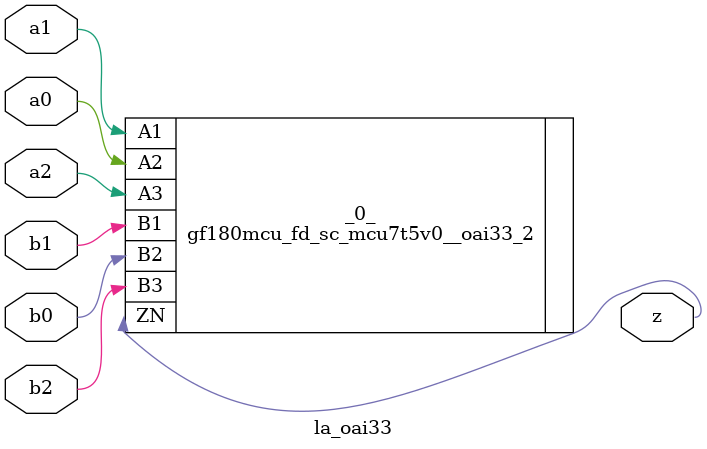
<source format=v>
/* Generated by Yosys 0.37 (git sha1 a5c7f69ed, clang 14.0.0-1ubuntu1.1 -fPIC -Os) */

module la_oai33(a0, a1, a2, b0, b1, b2, z);
  input a0;
  wire a0;
  input a1;
  wire a1;
  input a2;
  wire a2;
  input b0;
  wire b0;
  input b1;
  wire b1;
  input b2;
  wire b2;
  output z;
  wire z;
  gf180mcu_fd_sc_mcu7t5v0__oai33_2 _0_ (
    .A1(a1),
    .A2(a0),
    .A3(a2),
    .B1(b1),
    .B2(b0),
    .B3(b2),
    .ZN(z)
  );
endmodule

</source>
